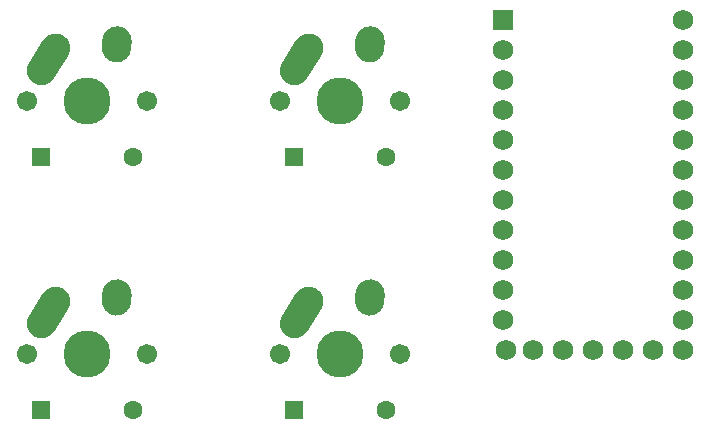
<source format=gbr>
%TF.GenerationSoftware,KiCad,Pcbnew,(5.1.9)-1*%
%TF.CreationDate,2021-02-14T16:54:30-05:00*%
%TF.ProjectId,keeb,6b656562-2e6b-4696-9361-645f70636258,rev?*%
%TF.SameCoordinates,Original*%
%TF.FileFunction,Soldermask,Bot*%
%TF.FilePolarity,Negative*%
%FSLAX46Y46*%
G04 Gerber Fmt 4.6, Leading zero omitted, Abs format (unit mm)*
G04 Created by KiCad (PCBNEW (5.1.9)-1) date 2021-02-14 16:54:30*
%MOMM*%
%LPD*%
G01*
G04 APERTURE LIST*
%ADD10C,1.600000*%
%ADD11R,1.600000X1.600000*%
%ADD12C,1.701800*%
%ADD13C,3.987800*%
%ADD14R,1.752600X1.752600*%
%ADD15C,1.752600*%
G04 APERTURE END LIST*
D10*
%TO.C,D1*%
X106293750Y-135731250D03*
D11*
X98493750Y-135731250D03*
%TD*%
%TO.C,D2*%
X119925000Y-135731250D03*
D10*
X127725000Y-135731250D03*
%TD*%
%TO.C,D3*%
X106293750Y-157162500D03*
D11*
X98493750Y-157162500D03*
%TD*%
%TO.C,D4*%
X119925000Y-157162500D03*
D10*
X127725000Y-157162500D03*
%TD*%
%TO.C,K1*%
G36*
G01*
X103646921Y-147814309D02*
X103686369Y-147235653D01*
G75*
G02*
X105018493Y-146073567I1247105J-85019D01*
G01*
X105018493Y-146073567D01*
G75*
G02*
X106180579Y-147405691I-85019J-1247105D01*
G01*
X106141131Y-147984347D01*
G75*
G02*
X104809007Y-149146433I-1247105J85019D01*
G01*
X104809007Y-149146433D01*
G75*
G02*
X103646921Y-147814309I85019J1247105D01*
G01*
G37*
G36*
G01*
X97480049Y-149157190D02*
X98688973Y-147259560D01*
G75*
G02*
X100414837Y-146876946I1054239J-671625D01*
G01*
X100414837Y-146876946D01*
G75*
G02*
X100797451Y-148602810I-671625J-1054239D01*
G01*
X99588527Y-150500440D01*
G75*
G02*
X97862663Y-150883054I-1054239J671625D01*
G01*
X97862663Y-150883054D01*
G75*
G02*
X97480049Y-149157190I671625J1054239D01*
G01*
G37*
D12*
X107473750Y-152400000D03*
X97313750Y-152400000D03*
D13*
X102393750Y-152400000D03*
%TD*%
%TO.C,K2*%
X123825000Y-152400000D03*
D12*
X118745000Y-152400000D03*
X128905000Y-152400000D03*
G36*
G01*
X118911299Y-149157190D02*
X120120223Y-147259560D01*
G75*
G02*
X121846087Y-146876946I1054239J-671625D01*
G01*
X121846087Y-146876946D01*
G75*
G02*
X122228701Y-148602810I-671625J-1054239D01*
G01*
X121019777Y-150500440D01*
G75*
G02*
X119293913Y-150883054I-1054239J671625D01*
G01*
X119293913Y-150883054D01*
G75*
G02*
X118911299Y-149157190I671625J1054239D01*
G01*
G37*
G36*
G01*
X125078171Y-147814309D02*
X125117619Y-147235653D01*
G75*
G02*
X126449743Y-146073567I1247105J-85019D01*
G01*
X126449743Y-146073567D01*
G75*
G02*
X127611829Y-147405691I-85019J-1247105D01*
G01*
X127572381Y-147984347D01*
G75*
G02*
X126240257Y-149146433I-1247105J85019D01*
G01*
X126240257Y-149146433D01*
G75*
G02*
X125078171Y-147814309I85019J1247105D01*
G01*
G37*
%TD*%
%TO.C,K3*%
G36*
G01*
X103646921Y-126383059D02*
X103686369Y-125804403D01*
G75*
G02*
X105018493Y-124642317I1247105J-85019D01*
G01*
X105018493Y-124642317D01*
G75*
G02*
X106180579Y-125974441I-85019J-1247105D01*
G01*
X106141131Y-126553097D01*
G75*
G02*
X104809007Y-127715183I-1247105J85019D01*
G01*
X104809007Y-127715183D01*
G75*
G02*
X103646921Y-126383059I85019J1247105D01*
G01*
G37*
G36*
G01*
X97480049Y-127725940D02*
X98688973Y-125828310D01*
G75*
G02*
X100414837Y-125445696I1054239J-671625D01*
G01*
X100414837Y-125445696D01*
G75*
G02*
X100797451Y-127171560I-671625J-1054239D01*
G01*
X99588527Y-129069190D01*
G75*
G02*
X97862663Y-129451804I-1054239J671625D01*
G01*
X97862663Y-129451804D01*
G75*
G02*
X97480049Y-127725940I671625J1054239D01*
G01*
G37*
X107473750Y-130968750D03*
X97313750Y-130968750D03*
D13*
X102393750Y-130968750D03*
%TD*%
%TO.C,K4*%
X123825000Y-130968750D03*
D12*
X118745000Y-130968750D03*
X128905000Y-130968750D03*
G36*
G01*
X118911299Y-127725940D02*
X120120223Y-125828310D01*
G75*
G02*
X121846087Y-125445696I1054239J-671625D01*
G01*
X121846087Y-125445696D01*
G75*
G02*
X122228701Y-127171560I-671625J-1054239D01*
G01*
X121019777Y-129069190D01*
G75*
G02*
X119293913Y-129451804I-1054239J671625D01*
G01*
X119293913Y-129451804D01*
G75*
G02*
X118911299Y-127725940I671625J1054239D01*
G01*
G37*
G36*
G01*
X125078171Y-126383059D02*
X125117619Y-125804403D01*
G75*
G02*
X126449743Y-124642317I1247105J-85019D01*
G01*
X126449743Y-124642317D01*
G75*
G02*
X127611829Y-125974441I-85019J-1247105D01*
G01*
X127572381Y-126553097D01*
G75*
G02*
X126240257Y-127715183I-1247105J85019D01*
G01*
X126240257Y-127715183D01*
G75*
G02*
X125078171Y-126383059I85019J1247105D01*
G01*
G37*
%TD*%
D14*
%TO.C,U1*%
X137636250Y-124142500D03*
D15*
X137636250Y-126682500D03*
X137636250Y-129222500D03*
X137636250Y-131762500D03*
X137636250Y-134302500D03*
X137636250Y-136842500D03*
X137636250Y-139382500D03*
X137636250Y-141922500D03*
X137636250Y-144462500D03*
X137636250Y-147002500D03*
X137636250Y-149542500D03*
X152876250Y-152082500D03*
X152876250Y-149542500D03*
X152876250Y-147002500D03*
X152876250Y-144462500D03*
X152876250Y-141922500D03*
X152876250Y-139382500D03*
X152876250Y-136842500D03*
X152876250Y-134302500D03*
X152876250Y-131762500D03*
X152876250Y-129222500D03*
X152876250Y-126682500D03*
X137864850Y-152082500D03*
X152876250Y-124142500D03*
X150336250Y-152082500D03*
X147796250Y-152082500D03*
X145256250Y-152082500D03*
X142716250Y-152082500D03*
X140176250Y-152082500D03*
%TD*%
M02*

</source>
